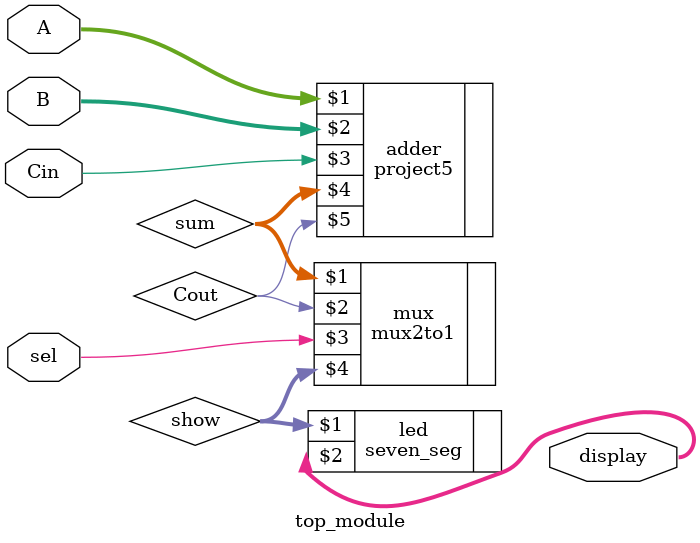
<source format=v>
`timescale 1ns / 1ps


module top_module(
    input[3:0] A,
    input[3:0] B,
    input Cin,
    input sel,
    output [6:0] display
    );
    wire Cout;
    wire [3:0] sum;
    wire [3:0] show;
    project5 adder(A[3:0], B[3:0], Cin, sum[3:0], Cout);
    mux2to1 mux(sum[3:0], Cout, sel, show[3:0]);
    seven_seg led(show[3:0], display[6:0]);
    
endmodule

</source>
